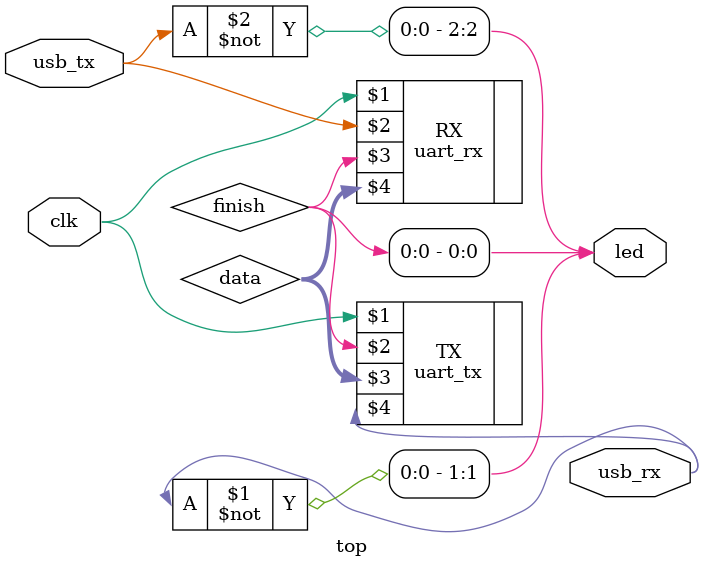
<source format=sv>
module top(
	input        clk,
	input        usb_tx,

	output       usb_rx,
	output [2:0] led
);
	logic       finish;
	logic [7:0] data;

	uart_tx TX (clk, finish, data, usb_rx);
	uart_rx RX (clk, usb_tx, finish, data);

	// Indicator leds
	assign led[0] = finish;
	assign led[1] = ~usb_rx;
	assign led[2] = ~usb_tx;
endmodule


</source>
